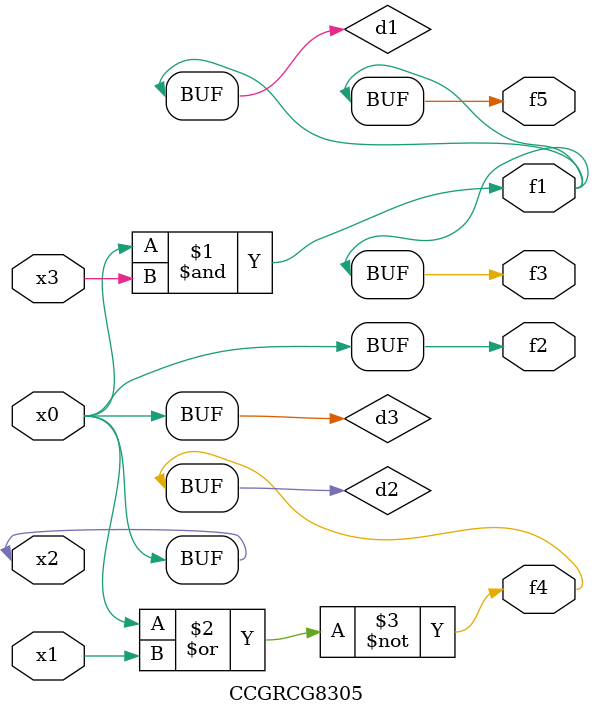
<source format=v>
module CCGRCG8305(
	input x0, x1, x2, x3,
	output f1, f2, f3, f4, f5
);

	wire d1, d2, d3;

	and (d1, x2, x3);
	nor (d2, x0, x1);
	buf (d3, x0, x2);
	assign f1 = d1;
	assign f2 = d3;
	assign f3 = d1;
	assign f4 = d2;
	assign f5 = d1;
endmodule

</source>
